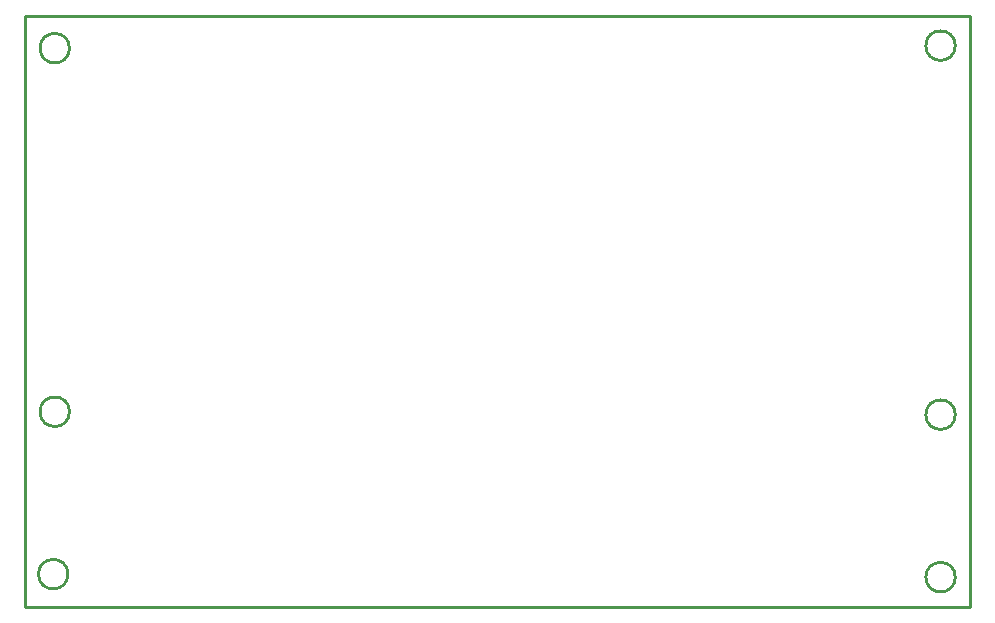
<source format=gm1>
G04*
G04 #@! TF.GenerationSoftware,Altium Limited,Altium Designer,19.0.6 (157)*
G04*
G04 Layer_Color=16711935*
%FSLAX24Y24*%
%MOIN*%
G70*
G01*
G75*
%ADD15C,0.0100*%
D15*
X52704Y26334D02*
G03*
X52704Y26334I-492J0D01*
G01*
Y31748D02*
G03*
X52704Y31748I-492J0D01*
G01*
X23176Y31846D02*
G03*
X23176Y31846I-492J0D01*
G01*
X23126Y26434D02*
G03*
X23126Y26434I-492J0D01*
G01*
X52704Y44051D02*
G03*
X52704Y44051I-492J0D01*
G01*
X23176Y43966D02*
G03*
X23176Y43966I-492J0D01*
G01*
X21700Y45035D02*
X53196D01*
Y25350D02*
Y45035D01*
X21700Y25350D02*
X53196D01*
X21700D02*
Y45035D01*
M02*

</source>
